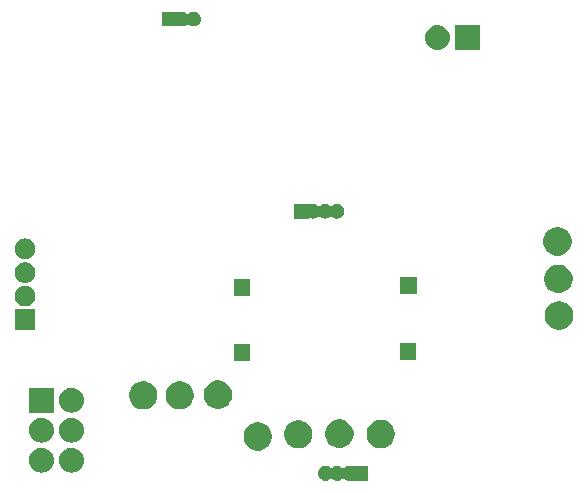
<source format=gbr>
G04 #@! TF.GenerationSoftware,KiCad,Pcbnew,5.0.2-bee76a0~70~ubuntu18.04.1*
G04 #@! TF.CreationDate,2019-11-03T21:10:50+01:00*
G04 #@! TF.ProjectId,puzzlebox,70757a7a-6c65-4626-9f78-2e6b69636164,rev?*
G04 #@! TF.SameCoordinates,Original*
G04 #@! TF.FileFunction,Soldermask,Bot*
G04 #@! TF.FilePolarity,Negative*
%FSLAX46Y46*%
G04 Gerber Fmt 4.6, Leading zero omitted, Abs format (unit mm)*
G04 Created by KiCad (PCBNEW 5.0.2-bee76a0~70~ubuntu18.04.1) date So 03 Nov 2019 21:10:50 CET*
%MOMM*%
%LPD*%
G01*
G04 APERTURE LIST*
%ADD10C,0.100000*%
G04 APERTURE END LIST*
D10*
G36*
X97166521Y-106572043D02*
X97284334Y-106607781D01*
X97392911Y-106665817D01*
X97464716Y-106724746D01*
X97485075Y-106738349D01*
X97507713Y-106747726D01*
X97531747Y-106752507D01*
X97556251Y-106752507D01*
X97580285Y-106747727D01*
X97602924Y-106738350D01*
X97623284Y-106724746D01*
X97695089Y-106665817D01*
X97803666Y-106607781D01*
X97921479Y-106572043D01*
X98013296Y-106563000D01*
X98074704Y-106563000D01*
X98166521Y-106572043D01*
X98284334Y-106607781D01*
X98392911Y-106665817D01*
X98464716Y-106724746D01*
X98485075Y-106738349D01*
X98507713Y-106747726D01*
X98531747Y-106752507D01*
X98556251Y-106752507D01*
X98580285Y-106747727D01*
X98602924Y-106738350D01*
X98623284Y-106724746D01*
X98695089Y-106665817D01*
X98803666Y-106607781D01*
X98921479Y-106572043D01*
X99013296Y-106563000D01*
X99074704Y-106563000D01*
X99166521Y-106572043D01*
X99257724Y-106599709D01*
X99281748Y-106604488D01*
X99306252Y-106604488D01*
X99330285Y-106599708D01*
X99352924Y-106590330D01*
X99373299Y-106576716D01*
X99387015Y-106563000D01*
X100669000Y-106563000D01*
X100669000Y-107813000D01*
X99386884Y-107813000D01*
X99382388Y-107807522D01*
X99363446Y-107791976D01*
X99341835Y-107780425D01*
X99318386Y-107773312D01*
X99294000Y-107770910D01*
X99269614Y-107773312D01*
X99257734Y-107776288D01*
X99166521Y-107803957D01*
X99074704Y-107813000D01*
X99013296Y-107813000D01*
X98921479Y-107803957D01*
X98803666Y-107768219D01*
X98695089Y-107710183D01*
X98623284Y-107651254D01*
X98602925Y-107637651D01*
X98580287Y-107628274D01*
X98556253Y-107623493D01*
X98531749Y-107623493D01*
X98507715Y-107628273D01*
X98485076Y-107637650D01*
X98464716Y-107651254D01*
X98392911Y-107710183D01*
X98284334Y-107768219D01*
X98166521Y-107803957D01*
X98074704Y-107813000D01*
X98013296Y-107813000D01*
X97921479Y-107803957D01*
X97803666Y-107768219D01*
X97695089Y-107710183D01*
X97623284Y-107651254D01*
X97602925Y-107637651D01*
X97580287Y-107628274D01*
X97556253Y-107623493D01*
X97531749Y-107623493D01*
X97507715Y-107628273D01*
X97485076Y-107637650D01*
X97464716Y-107651254D01*
X97392911Y-107710183D01*
X97284334Y-107768219D01*
X97166521Y-107803957D01*
X97074704Y-107813000D01*
X97013296Y-107813000D01*
X96921479Y-107803957D01*
X96803666Y-107768219D01*
X96695089Y-107710183D01*
X96599920Y-107632080D01*
X96521817Y-107536911D01*
X96463781Y-107428334D01*
X96428043Y-107310521D01*
X96415976Y-107188000D01*
X96428043Y-107065479D01*
X96463781Y-106947666D01*
X96521817Y-106839089D01*
X96599920Y-106743920D01*
X96695089Y-106665817D01*
X96803666Y-106607781D01*
X96921479Y-106572043D01*
X97013296Y-106563000D01*
X97074704Y-106563000D01*
X97166521Y-106572043D01*
X97166521Y-106572043D01*
G37*
G36*
X75644375Y-105035200D02*
X75745836Y-105045193D01*
X75877787Y-105085220D01*
X75943763Y-105105233D01*
X76126172Y-105202733D01*
X76286054Y-105333946D01*
X76417267Y-105493828D01*
X76514767Y-105676237D01*
X76514767Y-105676238D01*
X76574807Y-105874164D01*
X76595080Y-106080000D01*
X76574807Y-106285836D01*
X76534780Y-106417787D01*
X76514767Y-106483763D01*
X76417267Y-106666172D01*
X76286054Y-106826054D01*
X76126172Y-106957267D01*
X75943763Y-107054767D01*
X75877787Y-107074780D01*
X75745836Y-107114807D01*
X75668707Y-107122403D01*
X75591580Y-107130000D01*
X75488420Y-107130000D01*
X75411293Y-107122403D01*
X75334164Y-107114807D01*
X75202213Y-107074780D01*
X75136237Y-107054767D01*
X74953828Y-106957267D01*
X74793946Y-106826054D01*
X74662733Y-106666172D01*
X74565233Y-106483763D01*
X74545220Y-106417787D01*
X74505193Y-106285836D01*
X74484920Y-106080000D01*
X74505193Y-105874164D01*
X74565233Y-105676238D01*
X74565233Y-105676237D01*
X74662733Y-105493828D01*
X74793946Y-105333946D01*
X74953828Y-105202733D01*
X75136237Y-105105233D01*
X75202213Y-105085220D01*
X75334164Y-105045193D01*
X75435625Y-105035200D01*
X75488420Y-105030000D01*
X75591580Y-105030000D01*
X75644375Y-105035200D01*
X75644375Y-105035200D01*
G37*
G36*
X73104375Y-105035200D02*
X73205836Y-105045193D01*
X73337787Y-105085220D01*
X73403763Y-105105233D01*
X73586172Y-105202733D01*
X73746054Y-105333946D01*
X73877267Y-105493828D01*
X73974767Y-105676237D01*
X73974767Y-105676238D01*
X74034807Y-105874164D01*
X74055080Y-106080000D01*
X74034807Y-106285836D01*
X73994780Y-106417787D01*
X73974767Y-106483763D01*
X73877267Y-106666172D01*
X73746054Y-106826054D01*
X73586172Y-106957267D01*
X73403763Y-107054767D01*
X73337787Y-107074780D01*
X73205836Y-107114807D01*
X73128707Y-107122403D01*
X73051580Y-107130000D01*
X72948420Y-107130000D01*
X72871293Y-107122403D01*
X72794164Y-107114807D01*
X72662213Y-107074780D01*
X72596237Y-107054767D01*
X72413828Y-106957267D01*
X72253946Y-106826054D01*
X72122733Y-106666172D01*
X72025233Y-106483763D01*
X72005220Y-106417787D01*
X71965193Y-106285836D01*
X71944920Y-106080000D01*
X71965193Y-105874164D01*
X72025233Y-105676238D01*
X72025233Y-105676237D01*
X72122733Y-105493828D01*
X72253946Y-105333946D01*
X72413828Y-105202733D01*
X72596237Y-105105233D01*
X72662213Y-105085220D01*
X72794164Y-105045193D01*
X72895625Y-105035200D01*
X72948420Y-105030000D01*
X73051580Y-105030000D01*
X73104375Y-105035200D01*
X73104375Y-105035200D01*
G37*
G36*
X91663026Y-102909915D02*
X91881412Y-103000373D01*
X92077958Y-103131701D01*
X92245099Y-103298842D01*
X92376427Y-103495388D01*
X92466885Y-103713774D01*
X92513000Y-103945609D01*
X92513000Y-104181991D01*
X92466885Y-104413826D01*
X92376427Y-104632212D01*
X92245099Y-104828758D01*
X92077958Y-104995899D01*
X91881412Y-105127227D01*
X91663026Y-105217685D01*
X91431191Y-105263800D01*
X91194809Y-105263800D01*
X90962974Y-105217685D01*
X90744588Y-105127227D01*
X90548042Y-104995899D01*
X90380901Y-104828758D01*
X90249573Y-104632212D01*
X90159115Y-104413826D01*
X90113000Y-104181991D01*
X90113000Y-103945609D01*
X90159115Y-103713774D01*
X90249573Y-103495388D01*
X90380901Y-103298842D01*
X90548042Y-103131701D01*
X90744588Y-103000373D01*
X90962974Y-102909915D01*
X91194809Y-102863800D01*
X91431191Y-102863800D01*
X91663026Y-102909915D01*
X91663026Y-102909915D01*
G37*
G36*
X95092026Y-102732115D02*
X95310412Y-102822573D01*
X95506958Y-102953901D01*
X95674099Y-103121042D01*
X95805427Y-103317588D01*
X95895885Y-103535974D01*
X95942000Y-103767809D01*
X95942000Y-104004191D01*
X95895885Y-104236026D01*
X95805427Y-104454412D01*
X95674099Y-104650958D01*
X95506958Y-104818099D01*
X95310412Y-104949427D01*
X95092026Y-105039885D01*
X94860191Y-105086000D01*
X94623809Y-105086000D01*
X94391974Y-105039885D01*
X94173588Y-104949427D01*
X93977042Y-104818099D01*
X93809901Y-104650958D01*
X93678573Y-104454412D01*
X93588115Y-104236026D01*
X93542000Y-104004191D01*
X93542000Y-103767809D01*
X93588115Y-103535974D01*
X93678573Y-103317588D01*
X93809901Y-103121042D01*
X93977042Y-102953901D01*
X94173588Y-102822573D01*
X94391974Y-102732115D01*
X94623809Y-102686000D01*
X94860191Y-102686000D01*
X95092026Y-102732115D01*
X95092026Y-102732115D01*
G37*
G36*
X102077026Y-102706715D02*
X102295412Y-102797173D01*
X102491958Y-102928501D01*
X102659099Y-103095642D01*
X102790427Y-103292188D01*
X102880885Y-103510574D01*
X102927000Y-103742409D01*
X102927000Y-103978791D01*
X102880885Y-104210626D01*
X102790427Y-104429012D01*
X102659099Y-104625558D01*
X102491958Y-104792699D01*
X102295412Y-104924027D01*
X102077026Y-105014485D01*
X101845191Y-105060600D01*
X101608809Y-105060600D01*
X101376974Y-105014485D01*
X101158588Y-104924027D01*
X100962042Y-104792699D01*
X100794901Y-104625558D01*
X100663573Y-104429012D01*
X100573115Y-104210626D01*
X100527000Y-103978791D01*
X100527000Y-103742409D01*
X100573115Y-103510574D01*
X100663573Y-103292188D01*
X100794901Y-103095642D01*
X100962042Y-102928501D01*
X101158588Y-102797173D01*
X101376974Y-102706715D01*
X101608809Y-102660600D01*
X101845191Y-102660600D01*
X102077026Y-102706715D01*
X102077026Y-102706715D01*
G37*
G36*
X98571826Y-102681315D02*
X98790212Y-102771773D01*
X98986758Y-102903101D01*
X99153899Y-103070242D01*
X99285227Y-103266788D01*
X99375685Y-103485174D01*
X99421800Y-103717009D01*
X99421800Y-103953391D01*
X99375685Y-104185226D01*
X99285227Y-104403612D01*
X99153899Y-104600158D01*
X98986758Y-104767299D01*
X98790212Y-104898627D01*
X98571826Y-104989085D01*
X98339991Y-105035200D01*
X98103609Y-105035200D01*
X97871774Y-104989085D01*
X97653388Y-104898627D01*
X97456842Y-104767299D01*
X97289701Y-104600158D01*
X97158373Y-104403612D01*
X97067915Y-104185226D01*
X97021800Y-103953391D01*
X97021800Y-103717009D01*
X97067915Y-103485174D01*
X97158373Y-103266788D01*
X97289701Y-103070242D01*
X97456842Y-102903101D01*
X97653388Y-102771773D01*
X97871774Y-102681315D01*
X98103609Y-102635200D01*
X98339991Y-102635200D01*
X98571826Y-102681315D01*
X98571826Y-102681315D01*
G37*
G36*
X73128707Y-102497596D02*
X73205836Y-102505193D01*
X73337787Y-102545220D01*
X73403763Y-102565233D01*
X73586172Y-102662733D01*
X73746054Y-102793946D01*
X73877267Y-102953828D01*
X73974767Y-103136237D01*
X73974767Y-103136238D01*
X74034807Y-103334164D01*
X74055080Y-103540000D01*
X74034807Y-103745836D01*
X74028141Y-103767810D01*
X73974767Y-103943763D01*
X73877267Y-104126172D01*
X73746054Y-104286054D01*
X73586172Y-104417267D01*
X73403763Y-104514767D01*
X73337787Y-104534780D01*
X73205836Y-104574807D01*
X73128707Y-104582403D01*
X73051580Y-104590000D01*
X72948420Y-104590000D01*
X72871293Y-104582403D01*
X72794164Y-104574807D01*
X72662213Y-104534780D01*
X72596237Y-104514767D01*
X72413828Y-104417267D01*
X72253946Y-104286054D01*
X72122733Y-104126172D01*
X72025233Y-103943763D01*
X71971859Y-103767810D01*
X71965193Y-103745836D01*
X71944920Y-103540000D01*
X71965193Y-103334164D01*
X72025233Y-103136238D01*
X72025233Y-103136237D01*
X72122733Y-102953828D01*
X72253946Y-102793946D01*
X72413828Y-102662733D01*
X72596237Y-102565233D01*
X72662213Y-102545220D01*
X72794164Y-102505193D01*
X72871293Y-102497597D01*
X72948420Y-102490000D01*
X73051580Y-102490000D01*
X73128707Y-102497596D01*
X73128707Y-102497596D01*
G37*
G36*
X75668707Y-102497596D02*
X75745836Y-102505193D01*
X75877787Y-102545220D01*
X75943763Y-102565233D01*
X76126172Y-102662733D01*
X76286054Y-102793946D01*
X76417267Y-102953828D01*
X76514767Y-103136237D01*
X76514767Y-103136238D01*
X76574807Y-103334164D01*
X76595080Y-103540000D01*
X76574807Y-103745836D01*
X76568141Y-103767810D01*
X76514767Y-103943763D01*
X76417267Y-104126172D01*
X76286054Y-104286054D01*
X76126172Y-104417267D01*
X75943763Y-104514767D01*
X75877787Y-104534780D01*
X75745836Y-104574807D01*
X75668707Y-104582403D01*
X75591580Y-104590000D01*
X75488420Y-104590000D01*
X75411293Y-104582403D01*
X75334164Y-104574807D01*
X75202213Y-104534780D01*
X75136237Y-104514767D01*
X74953828Y-104417267D01*
X74793946Y-104286054D01*
X74662733Y-104126172D01*
X74565233Y-103943763D01*
X74511859Y-103767810D01*
X74505193Y-103745836D01*
X74484920Y-103540000D01*
X74505193Y-103334164D01*
X74565233Y-103136238D01*
X74565233Y-103136237D01*
X74662733Y-102953828D01*
X74793946Y-102793946D01*
X74953828Y-102662733D01*
X75136237Y-102565233D01*
X75202213Y-102545220D01*
X75334164Y-102505193D01*
X75411293Y-102497597D01*
X75488420Y-102490000D01*
X75591580Y-102490000D01*
X75668707Y-102497596D01*
X75668707Y-102497596D01*
G37*
G36*
X75668707Y-99957596D02*
X75745836Y-99965193D01*
X75877787Y-100005220D01*
X75943763Y-100025233D01*
X76126172Y-100122733D01*
X76286054Y-100253946D01*
X76417267Y-100413828D01*
X76514767Y-100596237D01*
X76514767Y-100596238D01*
X76574807Y-100794164D01*
X76595080Y-101000000D01*
X76574807Y-101205836D01*
X76534780Y-101337787D01*
X76514767Y-101403763D01*
X76417267Y-101586172D01*
X76286054Y-101746054D01*
X76126172Y-101877267D01*
X75943763Y-101974767D01*
X75877787Y-101994780D01*
X75745836Y-102034807D01*
X75668707Y-102042404D01*
X75591580Y-102050000D01*
X75488420Y-102050000D01*
X75411293Y-102042403D01*
X75334164Y-102034807D01*
X75202213Y-101994780D01*
X75136237Y-101974767D01*
X74953828Y-101877267D01*
X74793946Y-101746054D01*
X74662733Y-101586172D01*
X74565233Y-101403763D01*
X74545220Y-101337787D01*
X74505193Y-101205836D01*
X74484920Y-101000000D01*
X74505193Y-100794164D01*
X74565233Y-100596238D01*
X74565233Y-100596237D01*
X74662733Y-100413828D01*
X74793946Y-100253946D01*
X74953828Y-100122733D01*
X75136237Y-100025233D01*
X75202213Y-100005220D01*
X75334164Y-99965193D01*
X75411293Y-99957596D01*
X75488420Y-99950000D01*
X75591580Y-99950000D01*
X75668707Y-99957596D01*
X75668707Y-99957596D01*
G37*
G36*
X74050000Y-102050000D02*
X71950000Y-102050000D01*
X71950000Y-99950000D01*
X74050000Y-99950000D01*
X74050000Y-102050000D01*
X74050000Y-102050000D01*
G37*
G36*
X81960226Y-99430115D02*
X82178612Y-99520573D01*
X82375158Y-99651901D01*
X82542299Y-99819042D01*
X82673627Y-100015588D01*
X82764085Y-100233974D01*
X82810200Y-100465809D01*
X82810200Y-100702191D01*
X82764085Y-100934026D01*
X82673627Y-101152412D01*
X82542299Y-101348958D01*
X82375158Y-101516099D01*
X82178612Y-101647427D01*
X81960226Y-101737885D01*
X81728391Y-101784000D01*
X81492009Y-101784000D01*
X81260174Y-101737885D01*
X81041788Y-101647427D01*
X80845242Y-101516099D01*
X80678101Y-101348958D01*
X80546773Y-101152412D01*
X80456315Y-100934026D01*
X80410200Y-100702191D01*
X80410200Y-100465809D01*
X80456315Y-100233974D01*
X80546773Y-100015588D01*
X80678101Y-99819042D01*
X80845242Y-99651901D01*
X81041788Y-99520573D01*
X81260174Y-99430115D01*
X81492009Y-99384000D01*
X81728391Y-99384000D01*
X81960226Y-99430115D01*
X81960226Y-99430115D01*
G37*
G36*
X85059026Y-99430115D02*
X85277412Y-99520573D01*
X85473958Y-99651901D01*
X85641099Y-99819042D01*
X85772427Y-100015588D01*
X85862885Y-100233974D01*
X85909000Y-100465809D01*
X85909000Y-100702191D01*
X85862885Y-100934026D01*
X85772427Y-101152412D01*
X85641099Y-101348958D01*
X85473958Y-101516099D01*
X85277412Y-101647427D01*
X85059026Y-101737885D01*
X84827191Y-101784000D01*
X84590809Y-101784000D01*
X84358974Y-101737885D01*
X84140588Y-101647427D01*
X83944042Y-101516099D01*
X83776901Y-101348958D01*
X83645573Y-101152412D01*
X83555115Y-100934026D01*
X83509000Y-100702191D01*
X83509000Y-100465809D01*
X83555115Y-100233974D01*
X83645573Y-100015588D01*
X83776901Y-99819042D01*
X83944042Y-99651901D01*
X84140588Y-99520573D01*
X84358974Y-99430115D01*
X84590809Y-99384000D01*
X84827191Y-99384000D01*
X85059026Y-99430115D01*
X85059026Y-99430115D01*
G37*
G36*
X88284826Y-99379315D02*
X88503212Y-99469773D01*
X88699758Y-99601101D01*
X88866899Y-99768242D01*
X88998227Y-99964788D01*
X89088685Y-100183174D01*
X89134800Y-100415009D01*
X89134800Y-100651391D01*
X89088685Y-100883226D01*
X88998227Y-101101612D01*
X88866899Y-101298158D01*
X88699758Y-101465299D01*
X88503212Y-101596627D01*
X88284826Y-101687085D01*
X88052991Y-101733200D01*
X87816609Y-101733200D01*
X87584774Y-101687085D01*
X87366388Y-101596627D01*
X87169842Y-101465299D01*
X87002701Y-101298158D01*
X86871373Y-101101612D01*
X86780915Y-100883226D01*
X86734800Y-100651391D01*
X86734800Y-100415009D01*
X86780915Y-100183174D01*
X86871373Y-99964788D01*
X87002701Y-99768242D01*
X87169842Y-99601101D01*
X87366388Y-99469773D01*
X87584774Y-99379315D01*
X87816609Y-99333200D01*
X88052991Y-99333200D01*
X88284826Y-99379315D01*
X88284826Y-99379315D01*
G37*
G36*
X90692200Y-97677200D02*
X89292200Y-97677200D01*
X89292200Y-96277200D01*
X90692200Y-96277200D01*
X90692200Y-97677200D01*
X90692200Y-97677200D01*
G37*
G36*
X104713000Y-97575600D02*
X103313000Y-97575600D01*
X103313000Y-96175600D01*
X104713000Y-96175600D01*
X104713000Y-97575600D01*
X104713000Y-97575600D01*
G37*
G36*
X71615435Y-93296218D02*
X71651720Y-93301600D01*
X72477600Y-93301600D01*
X72477600Y-95051600D01*
X70727600Y-95051600D01*
X70727600Y-93301600D01*
X71553480Y-93301600D01*
X71577866Y-93299198D01*
X71601315Y-93292085D01*
X71603124Y-93291118D01*
X71615435Y-93296218D01*
X71615435Y-93296218D01*
G37*
G36*
X117164626Y-92673715D02*
X117383012Y-92764173D01*
X117579558Y-92895501D01*
X117746699Y-93062642D01*
X117878027Y-93259188D01*
X117968485Y-93477574D01*
X118014600Y-93709409D01*
X118014600Y-93945791D01*
X117968485Y-94177626D01*
X117878027Y-94396012D01*
X117746699Y-94592558D01*
X117579558Y-94759699D01*
X117383012Y-94891027D01*
X117164626Y-94981485D01*
X116932791Y-95027600D01*
X116696409Y-95027600D01*
X116464574Y-94981485D01*
X116246188Y-94891027D01*
X116049642Y-94759699D01*
X115882501Y-94592558D01*
X115751173Y-94396012D01*
X115660715Y-94177626D01*
X115614600Y-93945791D01*
X115614600Y-93709409D01*
X115660715Y-93477574D01*
X115751173Y-93259188D01*
X115882501Y-93062642D01*
X116049642Y-92895501D01*
X116246188Y-92764173D01*
X116464574Y-92673715D01*
X116696409Y-92627600D01*
X116932791Y-92627600D01*
X117164626Y-92673715D01*
X117164626Y-92673715D01*
G37*
G36*
X71615435Y-91296218D02*
X71639468Y-91300998D01*
X71692264Y-91306198D01*
X71774130Y-91314261D01*
X71884089Y-91347617D01*
X71939069Y-91364295D01*
X71989737Y-91391378D01*
X72091076Y-91445544D01*
X72224312Y-91554888D01*
X72333656Y-91688124D01*
X72387822Y-91789463D01*
X72414905Y-91840131D01*
X72431583Y-91895111D01*
X72464939Y-92005070D01*
X72481833Y-92176600D01*
X72464939Y-92348130D01*
X72431583Y-92458089D01*
X72414905Y-92513069D01*
X72387822Y-92563737D01*
X72333656Y-92665076D01*
X72224312Y-92798312D01*
X72091076Y-92907656D01*
X71989737Y-92961822D01*
X71939069Y-92988905D01*
X71884089Y-93005583D01*
X71774130Y-93038939D01*
X71692264Y-93047002D01*
X71639468Y-93052202D01*
X71615434Y-93056983D01*
X71603124Y-93062082D01*
X71601315Y-93061115D01*
X71565732Y-93052202D01*
X71512936Y-93047002D01*
X71431070Y-93038939D01*
X71321111Y-93005583D01*
X71266131Y-92988905D01*
X71215463Y-92961822D01*
X71114124Y-92907656D01*
X70980888Y-92798312D01*
X70871544Y-92665076D01*
X70817378Y-92563737D01*
X70790295Y-92513069D01*
X70773617Y-92458089D01*
X70740261Y-92348130D01*
X70723367Y-92176600D01*
X70740261Y-92005070D01*
X70773617Y-91895111D01*
X70790295Y-91840131D01*
X70817378Y-91789463D01*
X70871544Y-91688124D01*
X70980888Y-91554888D01*
X71114124Y-91445544D01*
X71215463Y-91391378D01*
X71266131Y-91364295D01*
X71321111Y-91347617D01*
X71431070Y-91314261D01*
X71512936Y-91306198D01*
X71565732Y-91300998D01*
X71589766Y-91296217D01*
X71602600Y-91290901D01*
X71615435Y-91296218D01*
X71615435Y-91296218D01*
G37*
G36*
X90692200Y-92140000D02*
X89292200Y-92140000D01*
X89292200Y-90740000D01*
X90692200Y-90740000D01*
X90692200Y-92140000D01*
X90692200Y-92140000D01*
G37*
G36*
X104763800Y-92013000D02*
X103363800Y-92013000D01*
X103363800Y-90613000D01*
X104763800Y-90613000D01*
X104763800Y-92013000D01*
X104763800Y-92013000D01*
G37*
G36*
X117113826Y-89574915D02*
X117332212Y-89665373D01*
X117528758Y-89796701D01*
X117695899Y-89963842D01*
X117827227Y-90160388D01*
X117917685Y-90378774D01*
X117963800Y-90610609D01*
X117963800Y-90846991D01*
X117917685Y-91078826D01*
X117827227Y-91297212D01*
X117695899Y-91493758D01*
X117528758Y-91660899D01*
X117332212Y-91792227D01*
X117113826Y-91882685D01*
X116881991Y-91928800D01*
X116645609Y-91928800D01*
X116413774Y-91882685D01*
X116195388Y-91792227D01*
X115998842Y-91660899D01*
X115831701Y-91493758D01*
X115700373Y-91297212D01*
X115609915Y-91078826D01*
X115563800Y-90846991D01*
X115563800Y-90610609D01*
X115609915Y-90378774D01*
X115700373Y-90160388D01*
X115831701Y-89963842D01*
X115998842Y-89796701D01*
X116195388Y-89665373D01*
X116413774Y-89574915D01*
X116645609Y-89528800D01*
X116881991Y-89528800D01*
X117113826Y-89574915D01*
X117113826Y-89574915D01*
G37*
G36*
X71615435Y-89296218D02*
X71639468Y-89300998D01*
X71692265Y-89306198D01*
X71774130Y-89314261D01*
X71884089Y-89347617D01*
X71939069Y-89364295D01*
X71989737Y-89391378D01*
X72091076Y-89445544D01*
X72224312Y-89554888D01*
X72333656Y-89688124D01*
X72387822Y-89789463D01*
X72414905Y-89840131D01*
X72414905Y-89840132D01*
X72464939Y-90005070D01*
X72481833Y-90176600D01*
X72464939Y-90348130D01*
X72455643Y-90378773D01*
X72414905Y-90513069D01*
X72387822Y-90563737D01*
X72333656Y-90665076D01*
X72224312Y-90798312D01*
X72091076Y-90907656D01*
X71989737Y-90961822D01*
X71939069Y-90988905D01*
X71884089Y-91005583D01*
X71774130Y-91038939D01*
X71692264Y-91047002D01*
X71639468Y-91052202D01*
X71615434Y-91056983D01*
X71602600Y-91062299D01*
X71589765Y-91056982D01*
X71565732Y-91052202D01*
X71512936Y-91047002D01*
X71431070Y-91038939D01*
X71321111Y-91005583D01*
X71266131Y-90988905D01*
X71215463Y-90961822D01*
X71114124Y-90907656D01*
X70980888Y-90798312D01*
X70871544Y-90665076D01*
X70817378Y-90563737D01*
X70790295Y-90513069D01*
X70749557Y-90378773D01*
X70740261Y-90348130D01*
X70723367Y-90176600D01*
X70740261Y-90005070D01*
X70790295Y-89840132D01*
X70790295Y-89840131D01*
X70817378Y-89789463D01*
X70871544Y-89688124D01*
X70980888Y-89554888D01*
X71114124Y-89445544D01*
X71215463Y-89391378D01*
X71266131Y-89364295D01*
X71321111Y-89347617D01*
X71431070Y-89314261D01*
X71512935Y-89306198D01*
X71565732Y-89300998D01*
X71589766Y-89296217D01*
X71602600Y-89290901D01*
X71615435Y-89296218D01*
X71615435Y-89296218D01*
G37*
G36*
X71688429Y-87305820D02*
X71774130Y-87314261D01*
X71884089Y-87347617D01*
X71939069Y-87364295D01*
X71989737Y-87391378D01*
X72091076Y-87445544D01*
X72224312Y-87554888D01*
X72333656Y-87688124D01*
X72387822Y-87789463D01*
X72414905Y-87840131D01*
X72414905Y-87840132D01*
X72464939Y-88005070D01*
X72481833Y-88176600D01*
X72464939Y-88348130D01*
X72431583Y-88458089D01*
X72414905Y-88513069D01*
X72387822Y-88563737D01*
X72333656Y-88665076D01*
X72224312Y-88798312D01*
X72091076Y-88907656D01*
X71989737Y-88961822D01*
X71939069Y-88988905D01*
X71884089Y-89005583D01*
X71774130Y-89038939D01*
X71692264Y-89047002D01*
X71639468Y-89052202D01*
X71615434Y-89056983D01*
X71602600Y-89062299D01*
X71589765Y-89056982D01*
X71565732Y-89052202D01*
X71512936Y-89047002D01*
X71431070Y-89038939D01*
X71321111Y-89005583D01*
X71266131Y-88988905D01*
X71215463Y-88961822D01*
X71114124Y-88907656D01*
X70980888Y-88798312D01*
X70871544Y-88665076D01*
X70817378Y-88563737D01*
X70790295Y-88513069D01*
X70773617Y-88458089D01*
X70740261Y-88348130D01*
X70723367Y-88176600D01*
X70740261Y-88005070D01*
X70790295Y-87840132D01*
X70790295Y-87840131D01*
X70817378Y-87789463D01*
X70871544Y-87688124D01*
X70980888Y-87554888D01*
X71114124Y-87445544D01*
X71215463Y-87391378D01*
X71266131Y-87364295D01*
X71321111Y-87347617D01*
X71431070Y-87314261D01*
X71516771Y-87305820D01*
X71559620Y-87301600D01*
X71645580Y-87301600D01*
X71688429Y-87305820D01*
X71688429Y-87305820D01*
G37*
G36*
X117037626Y-86399915D02*
X117256012Y-86490373D01*
X117452558Y-86621701D01*
X117619699Y-86788842D01*
X117751027Y-86985388D01*
X117841485Y-87203774D01*
X117887600Y-87435609D01*
X117887600Y-87671991D01*
X117841485Y-87903826D01*
X117751027Y-88122212D01*
X117619699Y-88318758D01*
X117452558Y-88485899D01*
X117256012Y-88617227D01*
X117037626Y-88707685D01*
X116805791Y-88753800D01*
X116569409Y-88753800D01*
X116337574Y-88707685D01*
X116119188Y-88617227D01*
X115922642Y-88485899D01*
X115755501Y-88318758D01*
X115624173Y-88122212D01*
X115533715Y-87903826D01*
X115487600Y-87671991D01*
X115487600Y-87435609D01*
X115533715Y-87203774D01*
X115624173Y-86985388D01*
X115755501Y-86788842D01*
X115922642Y-86621701D01*
X116119188Y-86490373D01*
X116337574Y-86399915D01*
X116569409Y-86353800D01*
X116805791Y-86353800D01*
X117037626Y-86399915D01*
X117037626Y-86399915D01*
G37*
G36*
X95661612Y-84380478D02*
X95680554Y-84396024D01*
X95702165Y-84407575D01*
X95725614Y-84414688D01*
X95750000Y-84417090D01*
X95774386Y-84414688D01*
X95786266Y-84411712D01*
X95877479Y-84384043D01*
X95969296Y-84375000D01*
X96030704Y-84375000D01*
X96122521Y-84384043D01*
X96240334Y-84419781D01*
X96348911Y-84477817D01*
X96420716Y-84536746D01*
X96441075Y-84550349D01*
X96463713Y-84559726D01*
X96487747Y-84564507D01*
X96512251Y-84564507D01*
X96536285Y-84559727D01*
X96558924Y-84550350D01*
X96579284Y-84536746D01*
X96651089Y-84477817D01*
X96759666Y-84419781D01*
X96877479Y-84384043D01*
X96969296Y-84375000D01*
X97030704Y-84375000D01*
X97122521Y-84384043D01*
X97240334Y-84419781D01*
X97348911Y-84477817D01*
X97420716Y-84536746D01*
X97441075Y-84550349D01*
X97463713Y-84559726D01*
X97487747Y-84564507D01*
X97512251Y-84564507D01*
X97536285Y-84559727D01*
X97558924Y-84550350D01*
X97579284Y-84536746D01*
X97651089Y-84477817D01*
X97759666Y-84419781D01*
X97877479Y-84384043D01*
X97969296Y-84375000D01*
X98030704Y-84375000D01*
X98122521Y-84384043D01*
X98240334Y-84419781D01*
X98348911Y-84477817D01*
X98444080Y-84555920D01*
X98522183Y-84651089D01*
X98580219Y-84759666D01*
X98615957Y-84877479D01*
X98628024Y-85000000D01*
X98615957Y-85122521D01*
X98580219Y-85240334D01*
X98522183Y-85348911D01*
X98444080Y-85444080D01*
X98348911Y-85522183D01*
X98240334Y-85580219D01*
X98122521Y-85615957D01*
X98030704Y-85625000D01*
X97969296Y-85625000D01*
X97877479Y-85615957D01*
X97759666Y-85580219D01*
X97651089Y-85522183D01*
X97579284Y-85463254D01*
X97558925Y-85449651D01*
X97536287Y-85440274D01*
X97512253Y-85435493D01*
X97487749Y-85435493D01*
X97463715Y-85440273D01*
X97441076Y-85449650D01*
X97420716Y-85463254D01*
X97348911Y-85522183D01*
X97240334Y-85580219D01*
X97122521Y-85615957D01*
X97030704Y-85625000D01*
X96969296Y-85625000D01*
X96877479Y-85615957D01*
X96759666Y-85580219D01*
X96651089Y-85522183D01*
X96579284Y-85463254D01*
X96558925Y-85449651D01*
X96536287Y-85440274D01*
X96512253Y-85435493D01*
X96487749Y-85435493D01*
X96463715Y-85440273D01*
X96441076Y-85449650D01*
X96420716Y-85463254D01*
X96348911Y-85522183D01*
X96240334Y-85580219D01*
X96122521Y-85615957D01*
X96030704Y-85625000D01*
X95969296Y-85625000D01*
X95877479Y-85615957D01*
X95786276Y-85588291D01*
X95762252Y-85583512D01*
X95737748Y-85583512D01*
X95713715Y-85588292D01*
X95691076Y-85597670D01*
X95670701Y-85611284D01*
X95656985Y-85625000D01*
X94375000Y-85625000D01*
X94375000Y-84375000D01*
X95657116Y-84375000D01*
X95661612Y-84380478D01*
X95661612Y-84380478D01*
G37*
G36*
X106656307Y-69264796D02*
X106733436Y-69272393D01*
X106865387Y-69312420D01*
X106931363Y-69332433D01*
X107113772Y-69429933D01*
X107273654Y-69561146D01*
X107404867Y-69721028D01*
X107502367Y-69903437D01*
X107502367Y-69903438D01*
X107562407Y-70101364D01*
X107582680Y-70307200D01*
X107562407Y-70513036D01*
X107522380Y-70644987D01*
X107502367Y-70710963D01*
X107404867Y-70893372D01*
X107273654Y-71053254D01*
X107113772Y-71184467D01*
X106931363Y-71281967D01*
X106865387Y-71301980D01*
X106733436Y-71342007D01*
X106656307Y-71349604D01*
X106579180Y-71357200D01*
X106476020Y-71357200D01*
X106398893Y-71349604D01*
X106321764Y-71342007D01*
X106189813Y-71301980D01*
X106123837Y-71281967D01*
X105941428Y-71184467D01*
X105781546Y-71053254D01*
X105650333Y-70893372D01*
X105552833Y-70710963D01*
X105532820Y-70644987D01*
X105492793Y-70513036D01*
X105472520Y-70307200D01*
X105492793Y-70101364D01*
X105552833Y-69903438D01*
X105552833Y-69903437D01*
X105650333Y-69721028D01*
X105781546Y-69561146D01*
X105941428Y-69429933D01*
X106123837Y-69332433D01*
X106189813Y-69312420D01*
X106321764Y-69272393D01*
X106398893Y-69264796D01*
X106476020Y-69257200D01*
X106579180Y-69257200D01*
X106656307Y-69264796D01*
X106656307Y-69264796D01*
G37*
G36*
X110117600Y-71357200D02*
X108017600Y-71357200D01*
X108017600Y-69257200D01*
X110117600Y-69257200D01*
X110117600Y-71357200D01*
X110117600Y-71357200D01*
G37*
G36*
X84532412Y-68112878D02*
X84551354Y-68128424D01*
X84572965Y-68139975D01*
X84596414Y-68147088D01*
X84620800Y-68149490D01*
X84645186Y-68147088D01*
X84657066Y-68144112D01*
X84748279Y-68116443D01*
X84840096Y-68107400D01*
X84901504Y-68107400D01*
X84993321Y-68116443D01*
X85111134Y-68152181D01*
X85219711Y-68210217D01*
X85291516Y-68269146D01*
X85311875Y-68282749D01*
X85334513Y-68292126D01*
X85358547Y-68296907D01*
X85383051Y-68296907D01*
X85407085Y-68292127D01*
X85429724Y-68282750D01*
X85450084Y-68269146D01*
X85521889Y-68210217D01*
X85630466Y-68152181D01*
X85748279Y-68116443D01*
X85840096Y-68107400D01*
X85901504Y-68107400D01*
X85993321Y-68116443D01*
X86111134Y-68152181D01*
X86219711Y-68210217D01*
X86314880Y-68288320D01*
X86392983Y-68383489D01*
X86451019Y-68492066D01*
X86486757Y-68609879D01*
X86498824Y-68732400D01*
X86486757Y-68854921D01*
X86451019Y-68972734D01*
X86392983Y-69081311D01*
X86314880Y-69176480D01*
X86219711Y-69254583D01*
X86111134Y-69312619D01*
X85993321Y-69348357D01*
X85901504Y-69357400D01*
X85840096Y-69357400D01*
X85748279Y-69348357D01*
X85630466Y-69312619D01*
X85521889Y-69254583D01*
X85450084Y-69195654D01*
X85429725Y-69182051D01*
X85407087Y-69172674D01*
X85383053Y-69167893D01*
X85358549Y-69167893D01*
X85334515Y-69172673D01*
X85311876Y-69182050D01*
X85291516Y-69195654D01*
X85219711Y-69254583D01*
X85111134Y-69312619D01*
X84993321Y-69348357D01*
X84901504Y-69357400D01*
X84840096Y-69357400D01*
X84748279Y-69348357D01*
X84657076Y-69320691D01*
X84633052Y-69315912D01*
X84608548Y-69315912D01*
X84584515Y-69320692D01*
X84561876Y-69330070D01*
X84541501Y-69343684D01*
X84527785Y-69357400D01*
X83245800Y-69357400D01*
X83245800Y-68107400D01*
X84527916Y-68107400D01*
X84532412Y-68112878D01*
X84532412Y-68112878D01*
G37*
M02*

</source>
